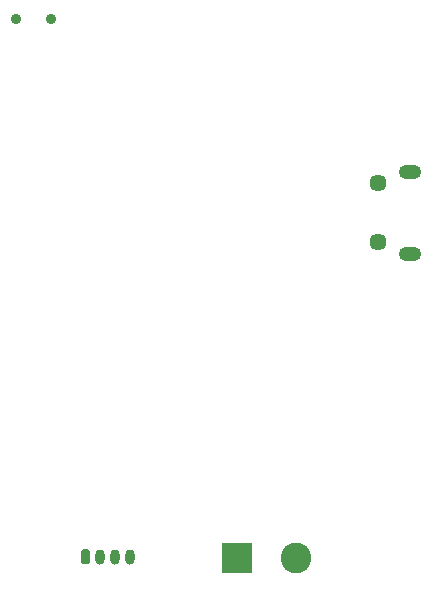
<source format=gbr>
%TF.GenerationSoftware,KiCad,Pcbnew,(5.1.10)-1*%
%TF.CreationDate,2021-09-20T20:27:13+02:00*%
%TF.ProjectId,STM32F405RG +  Gyro + I2C,53544d33-3246-4343-9035-5247202b2020,rev?*%
%TF.SameCoordinates,Original*%
%TF.FileFunction,Soldermask,Bot*%
%TF.FilePolarity,Negative*%
%FSLAX46Y46*%
G04 Gerber Fmt 4.6, Leading zero omitted, Abs format (unit mm)*
G04 Created by KiCad (PCBNEW (5.1.10)-1) date 2021-09-20 20:27:13*
%MOMM*%
%LPD*%
G01*
G04 APERTURE LIST*
%ADD10O,1.900000X1.200000*%
%ADD11C,1.450000*%
%ADD12C,0.900000*%
%ADD13C,2.600000*%
%ADD14R,2.600000X2.600000*%
%ADD15O,0.800000X1.300000*%
G04 APERTURE END LIST*
D10*
%TO.C,J1*%
X177900000Y-92800000D03*
X177900000Y-99800000D03*
D11*
X175200000Y-93800000D03*
X175200000Y-98800000D03*
%TD*%
D12*
%TO.C,SW1*%
X144480000Y-79920000D03*
X147480000Y-79920000D03*
%TD*%
D13*
%TO.C,J4*%
X168250000Y-125500000D03*
D14*
X163250000Y-125500000D03*
%TD*%
%TO.C,J2*%
G36*
G01*
X150010000Y-125870000D02*
X150010000Y-124970000D01*
G75*
G02*
X150210000Y-124770000I200000J0D01*
G01*
X150610000Y-124770000D01*
G75*
G02*
X150810000Y-124970000I0J-200000D01*
G01*
X150810000Y-125870000D01*
G75*
G02*
X150610000Y-126070000I-200000J0D01*
G01*
X150210000Y-126070000D01*
G75*
G02*
X150010000Y-125870000I0J200000D01*
G01*
G37*
D15*
X151660000Y-125420000D03*
X152910000Y-125420000D03*
X154160000Y-125420000D03*
%TD*%
M02*

</source>
